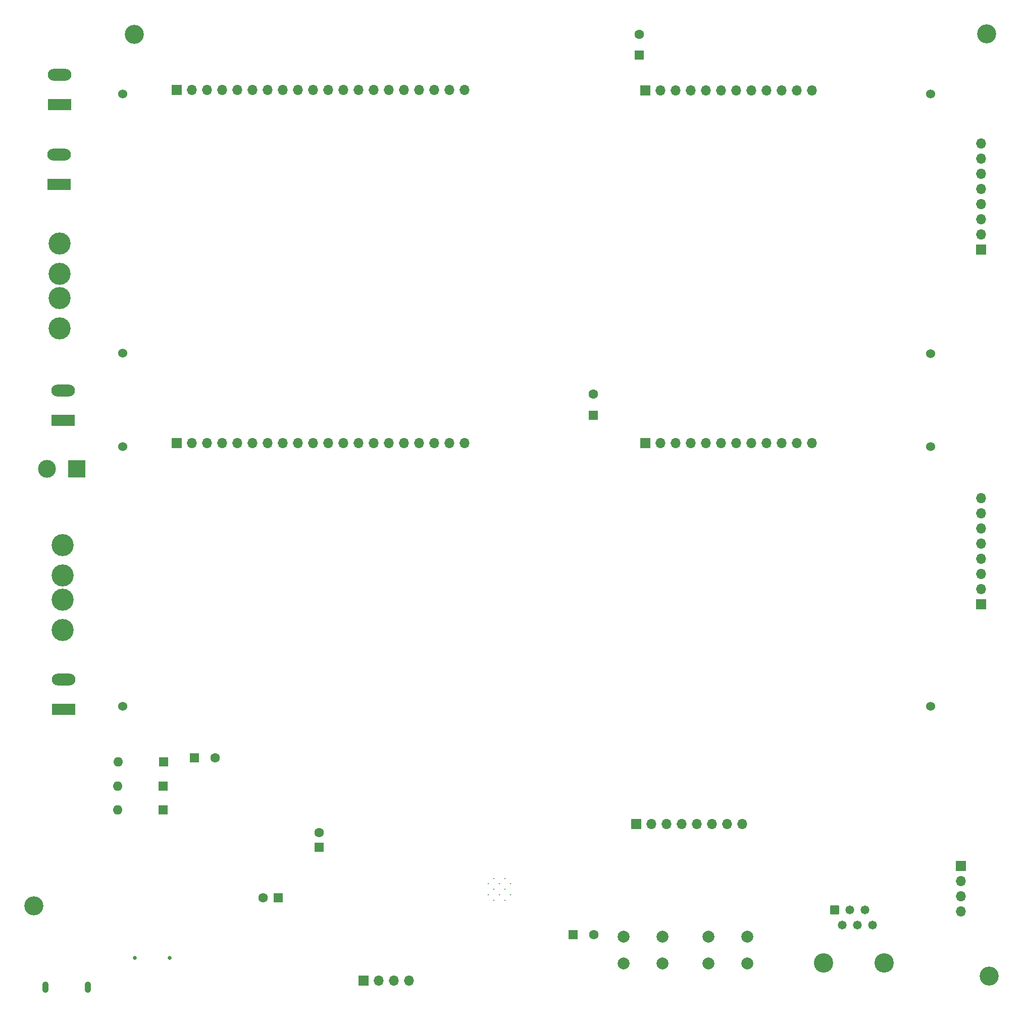
<source format=gbs>
%TF.GenerationSoftware,KiCad,Pcbnew,7.0.1*%
%TF.CreationDate,2024-06-17T10:29:33+02:00*%
%TF.ProjectId,ODRIVE_V1.0,4f445249-5645-45f5-9631-2e302e6b6963,rev?*%
%TF.SameCoordinates,Original*%
%TF.FileFunction,Soldermask,Bot*%
%TF.FilePolarity,Negative*%
%FSLAX46Y46*%
G04 Gerber Fmt 4.6, Leading zero omitted, Abs format (unit mm)*
G04 Created by KiCad (PCBNEW 7.0.1) date 2024-06-17 10:29:33*
%MOMM*%
%LPD*%
G01*
G04 APERTURE LIST*
G04 Aperture macros list*
%AMRoundRect*
0 Rectangle with rounded corners*
0 $1 Rounding radius*
0 $2 $3 $4 $5 $6 $7 $8 $9 X,Y pos of 4 corners*
0 Add a 4 corners polygon primitive as box body*
4,1,4,$2,$3,$4,$5,$6,$7,$8,$9,$2,$3,0*
0 Add four circle primitives for the rounded corners*
1,1,$1+$1,$2,$3*
1,1,$1+$1,$4,$5*
1,1,$1+$1,$6,$7*
1,1,$1+$1,$8,$9*
0 Add four rect primitives between the rounded corners*
20,1,$1+$1,$2,$3,$4,$5,0*
20,1,$1+$1,$4,$5,$6,$7,0*
20,1,$1+$1,$6,$7,$8,$9,0*
20,1,$1+$1,$8,$9,$2,$3,0*%
G04 Aperture macros list end*
%ADD10R,1.600000X1.600000*%
%ADD11C,1.600000*%
%ADD12C,3.200000*%
%ADD13R,1.700000X1.700000*%
%ADD14O,1.700000X1.700000*%
%ADD15R,3.000000X3.000000*%
%ADD16C,3.000000*%
%ADD17R,3.960000X1.980000*%
%ADD18O,3.960000X1.980000*%
%ADD19C,0.650000*%
%ADD20C,3.704000*%
%ADD21C,1.524000*%
%ADD22O,1.600000X1.600000*%
%ADD23C,0.300000*%
%ADD24C,3.250000*%
%ADD25RoundRect,0.102000X0.634000X-0.634000X0.634000X0.634000X-0.634000X0.634000X-0.634000X-0.634000X0*%
%ADD26C,1.472000*%
%ADD27C,2.000000*%
%ADD28O,1.050000X1.900000*%
G04 APERTURE END LIST*
D10*
%TO.C,C19*%
X40300000Y-140600000D03*
D11*
X43800000Y-140600000D03*
%TD*%
D12*
%TO.C,H4*%
X30200000Y-19350000D03*
%TD*%
%TO.C,H3*%
X13400000Y-165400000D03*
%TD*%
%TO.C,H2*%
X173550000Y-177200000D03*
%TD*%
%TO.C,H1*%
X173150000Y-19300000D03*
%TD*%
D13*
%TO.C,J9*%
X168800000Y-158780000D03*
D14*
X168800000Y-161320000D03*
X168800000Y-163860000D03*
X168800000Y-166400000D03*
%TD*%
D15*
%TO.C,J4*%
X20586000Y-92178000D03*
D16*
X15586000Y-92178000D03*
%TD*%
D17*
%TO.C,J11*%
X18300000Y-84050000D03*
D18*
X18300000Y-79050000D03*
%TD*%
D13*
%TO.C,J6*%
X172212000Y-55468000D03*
D14*
X172212000Y-52928000D03*
X172212000Y-50388000D03*
X172212000Y-47848000D03*
X172212000Y-45308000D03*
X172212000Y-42768000D03*
X172212000Y-40228000D03*
X172212000Y-37688000D03*
%TD*%
D19*
%TO.C,J7*%
X30360000Y-174137500D03*
X36140000Y-174137500D03*
%TD*%
D20*
%TO.C,F2*%
X17700000Y-54450000D03*
X17700000Y-59530000D03*
X17700000Y-63590000D03*
X17700000Y-68670000D03*
%TD*%
D10*
%TO.C,C24*%
X61200000Y-155650000D03*
D11*
X61200000Y-153150000D03*
%TD*%
D13*
%TO.C,U5*%
X114430000Y-151700000D03*
D14*
X116970000Y-151700000D03*
X119510000Y-151700000D03*
X122050000Y-151700000D03*
X124590000Y-151700000D03*
X127130000Y-151700000D03*
X129670000Y-151700000D03*
X132210000Y-151700000D03*
%TD*%
D17*
%TO.C,J2*%
X17700000Y-31150000D03*
D18*
X17700000Y-26150000D03*
%TD*%
D14*
%TO.C,U3*%
X143840000Y-28750000D03*
X141300000Y-28750000D03*
X138760000Y-28750000D03*
X136220000Y-28750000D03*
X133680000Y-28750000D03*
X131140000Y-28750000D03*
X128600000Y-28750000D03*
X126060000Y-28750000D03*
X123520000Y-28750000D03*
X120980000Y-28750000D03*
X118440000Y-28750000D03*
D13*
X115900000Y-28750000D03*
D14*
X85645000Y-28735000D03*
X83105000Y-28735000D03*
X80565000Y-28735000D03*
X78025000Y-28735000D03*
X75485000Y-28735000D03*
X72945000Y-28735000D03*
X70405000Y-28735000D03*
X67865000Y-28735000D03*
X65325000Y-28735000D03*
X62785000Y-28735000D03*
X60245000Y-28735000D03*
X57705000Y-28735000D03*
X55165000Y-28735000D03*
X52625000Y-28735000D03*
X50085000Y-28735000D03*
X47545000Y-28735000D03*
X45005000Y-28735000D03*
X42465000Y-28735000D03*
X39925000Y-28735000D03*
D13*
X37385000Y-28735000D03*
D21*
X163775000Y-72855000D03*
X163765000Y-29345000D03*
X28285000Y-29345000D03*
X28265000Y-72845000D03*
%TD*%
D10*
%TO.C,D3*%
X35110000Y-141300000D03*
D22*
X27490000Y-141300000D03*
%TD*%
D23*
%TO.C,U4*%
X92382500Y-164495000D03*
X90547500Y-164495000D03*
X93300000Y-163577500D03*
X91465000Y-163577500D03*
X89630000Y-163577500D03*
X92382500Y-162660000D03*
X90547500Y-162660000D03*
X93300000Y-161742500D03*
X91465000Y-161742500D03*
X89630000Y-161742500D03*
X92382500Y-160825000D03*
X90547500Y-160825000D03*
%TD*%
D10*
%TO.C,C18*%
X107200000Y-83200000D03*
D11*
X107200000Y-79700000D03*
%TD*%
D24*
%TO.C,J10*%
X145770000Y-175020000D03*
X155930000Y-175020000D03*
D25*
X147670000Y-166130000D03*
D26*
X148940000Y-168670000D03*
X150210000Y-166130000D03*
X151480000Y-168670000D03*
X152750000Y-166130000D03*
X154020000Y-168670000D03*
%TD*%
D10*
%TO.C,C21*%
X114918000Y-22843349D03*
D11*
X114918000Y-19343349D03*
%TD*%
D10*
%TO.C,C23*%
X54350000Y-164100000D03*
D11*
X51850000Y-164100000D03*
%TD*%
D17*
%TO.C,J12*%
X18350000Y-132500000D03*
D18*
X18350000Y-127500000D03*
%TD*%
D10*
%TO.C,D1*%
X35040000Y-149350000D03*
D22*
X27420000Y-149350000D03*
%TD*%
D27*
%TO.C,SW3*%
X132995000Y-175125000D03*
X126495000Y-175125000D03*
X132995000Y-170625000D03*
X126495000Y-170625000D03*
%TD*%
D17*
%TO.C,J3*%
X17650000Y-44550000D03*
D18*
X17650000Y-39550000D03*
%TD*%
D27*
%TO.C,SW4*%
X112295000Y-170625000D03*
X118795000Y-170625000D03*
X112295000Y-175125000D03*
X118795000Y-175125000D03*
%TD*%
D20*
%TO.C,F1*%
X18250000Y-119190000D03*
X18250000Y-114110000D03*
X18250000Y-110050000D03*
X18250000Y-104970000D03*
%TD*%
D13*
%TO.C,J8*%
X68640000Y-177950000D03*
D14*
X71180000Y-177950000D03*
X73720000Y-177950000D03*
X76260000Y-177950000D03*
%TD*%
D21*
%TO.C,U6*%
X28265000Y-131995000D03*
X28285000Y-88495000D03*
X163765000Y-88495000D03*
X163775000Y-132005000D03*
D13*
X37385000Y-87885000D03*
D14*
X39925000Y-87885000D03*
X42465000Y-87885000D03*
X45005000Y-87885000D03*
X47545000Y-87885000D03*
X50085000Y-87885000D03*
X52625000Y-87885000D03*
X55165000Y-87885000D03*
X57705000Y-87885000D03*
X60245000Y-87885000D03*
X62785000Y-87885000D03*
X65325000Y-87885000D03*
X67865000Y-87885000D03*
X70405000Y-87885000D03*
X72945000Y-87885000D03*
X75485000Y-87885000D03*
X78025000Y-87885000D03*
X80565000Y-87885000D03*
X83105000Y-87885000D03*
X85645000Y-87885000D03*
D13*
X115900000Y-87900000D03*
D14*
X118440000Y-87900000D03*
X120980000Y-87900000D03*
X123520000Y-87900000D03*
X126060000Y-87900000D03*
X128600000Y-87900000D03*
X131140000Y-87900000D03*
X133680000Y-87900000D03*
X136220000Y-87900000D03*
X138760000Y-87900000D03*
X141300000Y-87900000D03*
X143840000Y-87900000D03*
%TD*%
D10*
%TO.C,D2*%
X35060000Y-145350000D03*
D22*
X27440000Y-145350000D03*
%TD*%
D28*
%TO.C,J1*%
X15300000Y-179050000D03*
X22450000Y-179050000D03*
%TD*%
D10*
%TO.C,C17*%
X103797349Y-170250000D03*
D11*
X107297349Y-170250000D03*
%TD*%
D13*
%TO.C,J5*%
X172212000Y-114904000D03*
D14*
X172212000Y-112364000D03*
X172212000Y-109824000D03*
X172212000Y-107284000D03*
X172212000Y-104744000D03*
X172212000Y-102204000D03*
X172212000Y-99664000D03*
X172212000Y-97124000D03*
%TD*%
M02*

</source>
